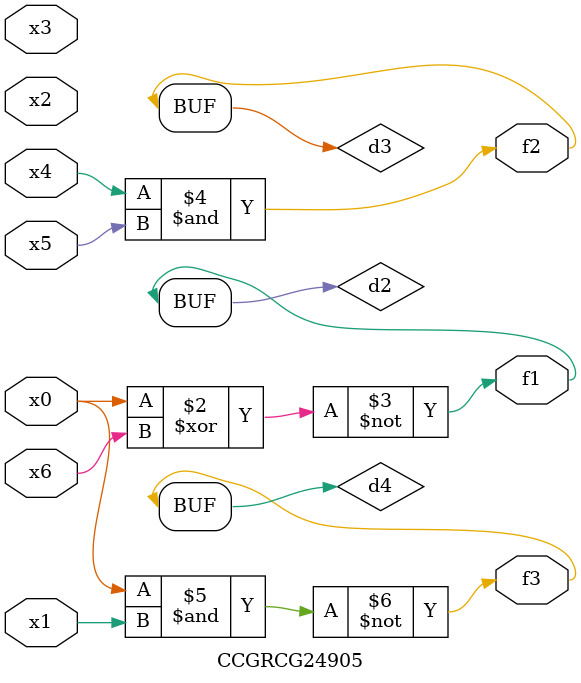
<source format=v>
module CCGRCG24905(
	input x0, x1, x2, x3, x4, x5, x6,
	output f1, f2, f3
);

	wire d1, d2, d3, d4;

	nor (d1, x0);
	xnor (d2, x0, x6);
	and (d3, x4, x5);
	nand (d4, x0, x1);
	assign f1 = d2;
	assign f2 = d3;
	assign f3 = d4;
endmodule

</source>
